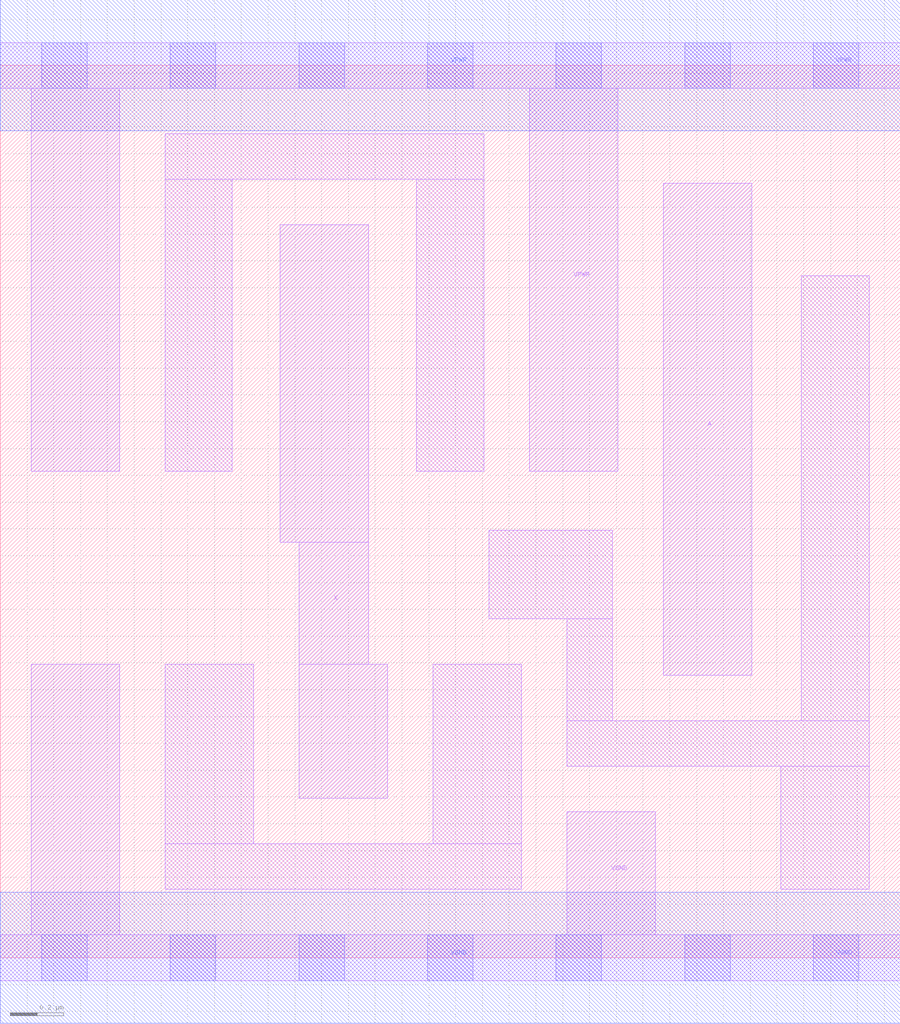
<source format=lef>
# Copyright 2020 The SkyWater PDK Authors
#
# Licensed under the Apache License, Version 2.0 (the "License");
# you may not use this file except in compliance with the License.
# You may obtain a copy of the License at
#
#     https://www.apache.org/licenses/LICENSE-2.0
#
# Unless required by applicable law or agreed to in writing, software
# distributed under the License is distributed on an "AS IS" BASIS,
# WITHOUT WARRANTIES OR CONDITIONS OF ANY KIND, either express or implied.
# See the License for the specific language governing permissions and
# limitations under the License.
#
# SPDX-License-Identifier: Apache-2.0

VERSION 5.7 ;
  NAMESCASESENSITIVE ON ;
  NOWIREEXTENSIONATPIN ON ;
  DIVIDERCHAR "/" ;
  BUSBITCHARS "[]" ;
UNITS
  DATABASE MICRONS 200 ;
END UNITS
MACRO sky130_fd_sc_lp__buflp_2
  CLASS CORE ;
  SOURCE USER ;
  FOREIGN sky130_fd_sc_lp__buflp_2 ;
  ORIGIN  0.000000  0.000000 ;
  SIZE  3.360000 BY  3.330000 ;
  SYMMETRY X Y R90 ;
  SITE unit ;
  PIN A
    ANTENNAGATEAREA  0.318000 ;
    DIRECTION INPUT ;
    USE SIGNAL ;
    PORT
      LAYER li1 ;
        RECT 2.475000 1.055000 2.805000 2.890000 ;
    END
  END A
  PIN X
    ANTENNADIFFAREA  0.646800 ;
    DIRECTION OUTPUT ;
    USE SIGNAL ;
    PORT
      LAYER li1 ;
        RECT 1.045000 1.550000 1.375000 2.735000 ;
        RECT 1.115000 0.595000 1.445000 1.095000 ;
        RECT 1.115000 1.095000 1.375000 1.550000 ;
    END
  END X
  PIN VGND
    DIRECTION INOUT ;
    USE GROUND ;
    PORT
      LAYER li1 ;
        RECT 0.000000 -0.085000 3.360000 0.085000 ;
        RECT 0.115000  0.085000 0.445000 1.095000 ;
        RECT 2.115000  0.085000 2.445000 0.545000 ;
      LAYER mcon ;
        RECT 0.155000 -0.085000 0.325000 0.085000 ;
        RECT 0.635000 -0.085000 0.805000 0.085000 ;
        RECT 1.115000 -0.085000 1.285000 0.085000 ;
        RECT 1.595000 -0.085000 1.765000 0.085000 ;
        RECT 2.075000 -0.085000 2.245000 0.085000 ;
        RECT 2.555000 -0.085000 2.725000 0.085000 ;
        RECT 3.035000 -0.085000 3.205000 0.085000 ;
      LAYER met1 ;
        RECT 0.000000 -0.245000 3.360000 0.245000 ;
    END
  END VGND
  PIN VPWR
    DIRECTION INOUT ;
    USE POWER ;
    PORT
      LAYER li1 ;
        RECT 0.000000 3.245000 3.360000 3.415000 ;
        RECT 0.115000 1.815000 0.445000 3.245000 ;
        RECT 1.975000 1.815000 2.305000 3.245000 ;
      LAYER mcon ;
        RECT 0.155000 3.245000 0.325000 3.415000 ;
        RECT 0.635000 3.245000 0.805000 3.415000 ;
        RECT 1.115000 3.245000 1.285000 3.415000 ;
        RECT 1.595000 3.245000 1.765000 3.415000 ;
        RECT 2.075000 3.245000 2.245000 3.415000 ;
        RECT 2.555000 3.245000 2.725000 3.415000 ;
        RECT 3.035000 3.245000 3.205000 3.415000 ;
      LAYER met1 ;
        RECT 0.000000 3.085000 3.360000 3.575000 ;
    END
  END VPWR
  OBS
    LAYER li1 ;
      RECT 0.615000 0.255000 1.945000 0.425000 ;
      RECT 0.615000 0.425000 0.945000 1.095000 ;
      RECT 0.615000 1.815000 0.865000 2.905000 ;
      RECT 0.615000 2.905000 1.805000 3.075000 ;
      RECT 1.555000 1.815000 1.805000 2.905000 ;
      RECT 1.615000 0.425000 1.945000 1.095000 ;
      RECT 1.825000 1.265000 2.285000 1.595000 ;
      RECT 2.115000 0.715000 3.245000 0.885000 ;
      RECT 2.115000 0.885000 2.285000 1.265000 ;
      RECT 2.915000 0.255000 3.245000 0.715000 ;
      RECT 2.990000 0.885000 3.245000 2.545000 ;
  END
END sky130_fd_sc_lp__buflp_2

</source>
